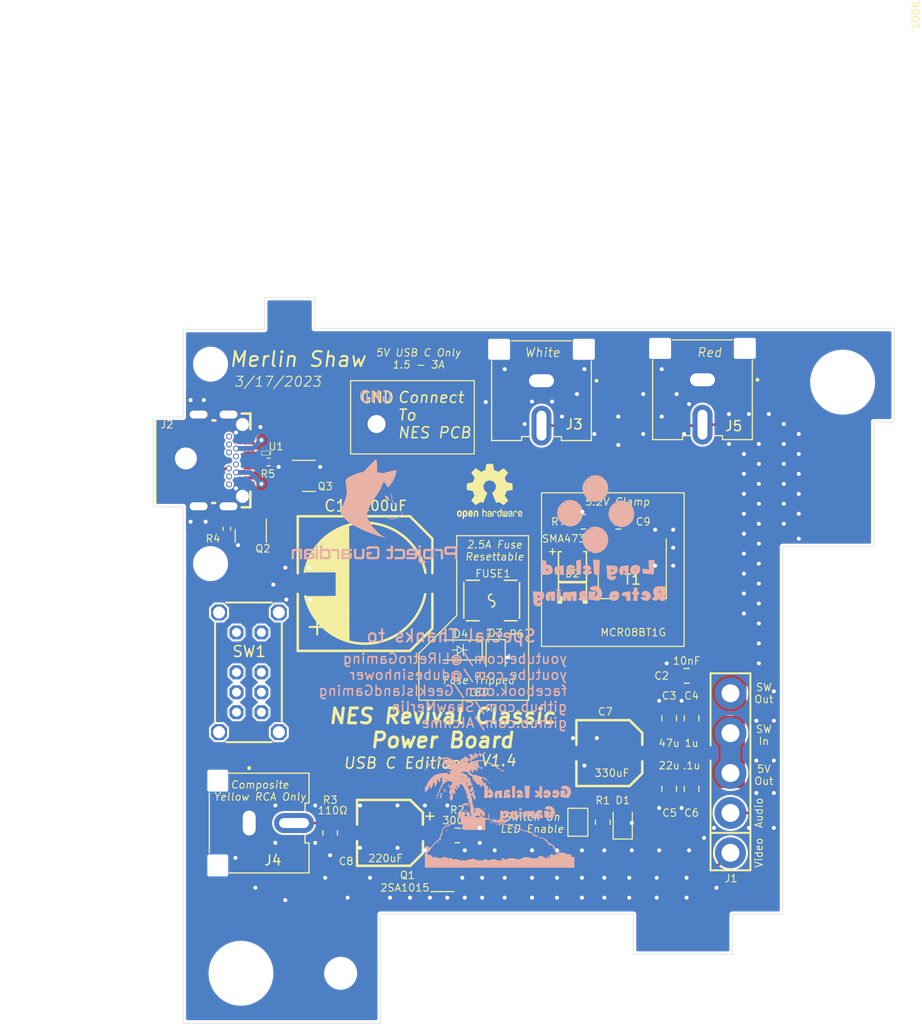
<source format=kicad_pcb>
(kicad_pcb (version 20211014) (generator pcbnew)
  (layers (0 "F.Cu" signal) (31 "B.Cu" signal) (34 "B.Paste" user) (35 "F.Paste" user) (36 "B.SilkS" user "B.Silkscreen") (37 "F.SilkS" user "F.Silkscreen") (38 "B.Mask" user) (39 "F.Mask" user) (44 "Edge.Cuts" user))
  (net 0 "")
  (net 1 "5V Out")
  (net 2 "Net-(C8-Pad1)")
  (net 3 "Net-(D2-Pad2)")
  (net 4 "Video Out")
  (net 5 "Net-(C8-Pad2)")
  (net 6 "GND")
  (net 7 "Video In")
  (net 8 "Audio In")
  (net 9 "9VOut")
  (net 11 "LED_IN")
  (net 12 "CC1")
  (net 13 "CC2")
  (net 14 "USB_Power_Out")
  (net 15 "GTG")
  (net 16 "V5")
  (footprint "Resistor_SMD:R_0805_2012Metric" (layer "F.Cu") (at 209 -24 -90)
    (fp_text reference "R3")
    (fp_text value "110R")
  )
  (footprint "Resistor_SMD:R_0805_2012Metric" (layer "F.Cu") (at 234.4 -55.2 180)
    (fp_text reference "R7")
    (fp_text value "680")
  )
  (footprint "Merlin:OSHW-Logo2_7.3x6mm_SilkScreen" (layer "F.Cu") (at 225 -58.25)
    (fp_text reference "REF**" hide)
    (fp_text value "OSHW-Logo2_7.3x6mm_SilkScreen" hide)
  )
  (footprint "Capacitor_SMD:C_0805_2012Metric" (layer "F.Cu") (at 237.9 -55.2)
    (fp_text reference "C9")
    (fp_text value "10nF")
  )
  (footprint "Resistor_SMD:R_0402_1005Metric" (layer "F.Cu") (at 198.63 -54.4875 -90)
    (fp_text reference "R4")
    (fp_text value "887K")
  )
  (footprint "Package_TO_SOT_SMD:SOT-23" (layer "F.Cu") (at 219.75 -19.67 180)
    (fp_text reference "Q1")
    (fp_text value "2SA1015")
  )
  (footprint "Merlin:USB-C-TH_DX07S024XJ1R1100-1" (layer "F.Cu") (at 198.33 -61.35 -90)
    (fp_text reference "J2")
    (fp_text value "DX07S024XJ1R1100" hide)
  )
  (footprint "Resistor_SMD:R_0805_2012Metric" (layer "F.Cu") (at 236.34375 -25.06875 -90)
    (fp_text reference "R1")
    (fp_text value "680")
  )
  (footprint "Package_TO_SOT_SMD:SOT-23" (layer "F.Cu") (at 201.03 -53.7875 -90)
    (fp_text reference "Q2")
    (fp_text value "SP0502BAHTG" hide)
  )
  (footprint "" (layer "F.Cu") (at 200.05 -9.92)
    (fp_text reference "")
    (fp_text value "")
  )
  (footprint "Package_TO_SOT_SMD:SOT-223-3_TabPin2" (layer "F.Cu") (at 239.3 -49.4 -90)
    (fp_text reference "T1")
    (fp_text value "SOT-223-3_TabPin2" hide)
  )
  (footprint "MountingHole:MountingHole_2.2mm_M2_DIN965_Pad_TopBottom" (layer "F.Cu") (at 194.53 -61.55)
    (fp_text reference "REF**" hide)
    (fp_text value "MountingHole_2.2mm_M2_DIN965_Pad_TopBottom")
  )
  (footprint "Package_TO_SOT_SMD:SOT-23" (layer "F.Cu") (at 206.8625 -59.8)
    (fp_text reference "Q3")
    (fp_text value "SP0502BAHTG" hide)
  )
  (footprint "Capacitor_SMD:C_0805_2012Metric_Pad1.18x1.45mm_HandSolder" (layer "F.Cu") (at 245.25 -35.5 90)
    (fp_text reference "C4")
    (fp_text value "22uf/25")
  )
  (footprint "easyeda:F1812" (layer "F.Cu") (at 225.2 -47.3)
    (fp_text reference "FUSE1")
    (fp_text value "F1812" hide)
  )
  (footprint "Merlin:SolderJumper-2_P1.3mm_Open_TrianglePad1.0x1.5mm" (layer "F.Cu") (at 233.84375 -25.06875 -90)
    (fp_text reference "RJV-EXT1" hide)
    (fp_text value "Resistor" hide)
  )
  (footprint "easyeda:DFN0603-D_L0.6-W0.3-P0.34-RD" (layer "F.Cu") (at 202.53 -62.0875 180)
    (fp_text reference "U1")
    (fp_text value "DFN0603-D_L0.6-W0.3-P0.34-RD" hide)
  )
  (footprint "Resistor_SMD:R_0805_2012Metric" (layer "F.Cu") (at 227.7 -41.7 -90)
    (fp_text reference "R6")
    (fp_text value "4.7K")
  )
  (footprint "Electromechanical.IntLib:SW-DP3T (EG2319)" (layer "F.Cu") (at 200.85 -40.1 -90)
    (fp_text reference "SW1")
    (fp_text value "DP3T" hide)
  )
  (footprint "Diode_SMD:D_SOD-123" (layer "F.Cu") (at 222 -42.3375 180)
    (fp_text reference "D4")
    (fp_text value "1N4148W")
  )
  (footprint "easyeda:CAP-SMD_BD6.3-L6.5-W6.5-LS7.0-FD" (layer "F.Cu") (at 237 -32 180)
    (fp_text reference "C7")
    (fp_text value "220uF" hide)
  )
  (footprint "" (layer "F.Cu") (at 197 -51)
    (fp_text reference "")
    (fp_text value "")
  )
  (footprint "Merlin:CUI_RCJ-044" (layer "F.Cu") (at 230.196 -69.342 90)
    (fp_text reference "J3")
    (fp_text value "White RCJ-52" hide)
    (fp_line (start 2.3 5.15) (end 4 5.15) (layer "Edge.Cuts") (width 0.01))
    (fp_line (start 4 5.15) (end 4 3.35) (layer "Edge.Cuts") (width 0.01))
    (fp_line (start 2.3 -5.15) (end 2.3 -3.35) (layer "Edge.Cuts") (width 0.01))
    (fp_line (start 4 -5.15) (end 2.3 -5.15) (layer "Edge.Cuts") (width 0.01))
    (fp_line (start 2.3 3.35) (end 2.3 5.15) (layer "Edge.Cuts") (width 0.01))
    (fp_line (start 4 -3.35) (end 4 -5.15) (layer "Edge.Cuts") (width 0.01))
    (fp_line (start 4 3.35) (end 2.3 3.35) (layer "Edge.Cuts") (width 0.01))
    (fp_line (start 2.3 -3.35) (end 4 -3.35) (layer "Edge.Cuts") (width 0.01))
  )
  (footprint "" (layer "F.Cu") (at 197 -71)
    (fp_text reference "")
    (fp_text value "")
  )
  (footprint "Capacitor_SMD:C_0805_2012Metric_Pad1.18x1.45mm_HandSolder" (layer "F.Cu") (at 245.25 -28.4125 -90)
    (fp_text reference "C6")
    (fp_text value "22uf/25")
  )
  (footprint "Resistor_SMD:R_0402_1005Metric" (layer "F.Cu") (at 202.83 -61.1875)
    (fp_text reference "R5")
    (fp_text value "10K")
  )
  (footprint "Capacitor_SMD:C_0805_2012Metric_Pad1.18x1.45mm_HandSolder" (layer "F.Cu") (at 243 -35.5 90)
    (fp_text reference "C3")
    (fp_text value "22uf/25")
  )
  (footprint "" (layer "F.Cu") (at 210.05 -9.92)
    (fp_text reference "")
    (fp_text value "")
  )
  (footprint "Merlin:CUI_RCJ-044" (layer "F.Cu") (at 200.876 -24.986 180)
    (fp_text reference "J4")
    (fp_text value "Yellow RCJ-44")
    (fp_line (start 2.3 -3.35) (end 4 -3.35) (layer "Edge.Cuts") (width 0.01))
    (fp_line (start 4 3.35) (end 2.3 3.35) (layer "Edge.Cuts") (width 0.01))
    (fp_line (start 2.3 -5.15) (end 2.3 -3.35) (layer "Edge.Cuts") (width 0.01))
    (fp_line (start 4 -5.15) (end 2.3 -5.15) (layer "Edge.Cuts") (width 0.01))
    (fp_line (start 4 5.15) (end 4 3.35) (layer "Edge.Cuts") (width 0.01))
    (fp_line (start 2.3 3.35) (end 2.3 5.15) (layer "Edge.Cuts") (width 0.01))
    (fp_line (start 4 -3.35) (end 4 -5.15) (layer "Edge.Cuts") (width 0.01))
    (fp_line (start 2.3 5.15) (end 4 5.15) (layer "Edge.Cuts") (width 0.01))
  )
  (footprint "Capacitor_SMD:C_0805_2012Metric" (layer "F.Cu") (at 244.75 -39.75 180)
    (fp_text reference "C2")
    (fp_text value "10nF")
  )
  (footprint "Merlin:CUI_RCJ-044" (layer "F.Cu") (at 246.342 -69.436 90)
    (fp_text reference "J5")
    (fp_text value "Red RCJ-042" hide)
    (fp_line (start 4 -3.35) (end 4 -5.15) (layer "Edge.Cuts") (width 0.01))
    (fp_line (start 2.3 5.15) (end 4 5.15) (layer "Edge.Cuts") (width 0.01))
    (fp_line (start 2.3 -3.35) (end 4 -3.35) (layer "Edge.Cuts") (width 0.01))
    (fp_line (start 2.3 3.35) (end 2.3 5.15) (layer "Edge.Cuts") (width 0.01))
    (fp_line (start 4 3.35) (end 2.3 3.35) (layer "Edge.Cuts") (width 0.01))
    (fp_line (start 4 5.15) (end 4 3.35) (layer "Edge.Cuts") (width 0.01))
    (fp_line (start 4 -5.15) (end 2.3 -5.15) (layer "Edge.Cuts") (width 0.01))
    (fp_line (start 2.3 -5.15) (end 2.3 -3.35) (layer "Edge.Cuts") (width 0.01))
  )
  (footprint "" (layer "F.Cu") (at 260.4 -69.2)
    (fp_text reference "")
    (fp_text value "")
  )
  (footprint "Capacitor_SMD:C_0805_2012Metric_Pad1.18x1.45mm_HandSolder" (layer "F.Cu") (at 243 -28.4125 -90)
    (fp_text reference "C5")
    (fp_text value "22uf/25")
  )
  (footprint "easyeda:SMA_L4.2-W2.7-LS5.0-RD" (layer "F.Cu") (at 233.3 -49.9 90)
    (fp_text reference "D2")
    (fp_text value "SMA_L4.2-W2.7-LS5.0-RD" hide)
  )
  (footprint "Connectors.IntLib:WIREPAD-09-15" (layer "F.Cu") (at 213.65 -65 90)
    (fp_text reference "GND")
    (fp_text value "Wire Pad" hide)
  )
  (footprint "Specialty Components.IntLib:RF BOARD CONNECTOR" (layer "F.Cu") (at 249.15 -22 90)
    (fp_text reference "J1")
    (fp_text value "Board Connector" hide)
  )
  (footprint "easyeda:CAP-SMD_BD6.3-L6.5-W6.5-LS7.0-FD" (layer "F.Cu") (at 215 -24 180)
    (fp_text reference "C8")
    (fp_text value "220uF" hide)
  )
  (footprint "Resistor_SMD:R_0805_2012Metric" (layer "F.Cu") (at 221.75 -23.75 180)
    (fp_text reference "R2")
    (fp_text value "300")
  )
  (footprint "easyeda:CAP-SMD_BD12.5-L13.0-W13.0-RD" (layer "F.Cu") (at 212.5 -49)
    (fp_text reference "C1")
    (fp_text value "CAP-SMD_BD12.5-L13.0-W13.0-RD" hide)
  )
  (footprint "LED_SMD:LED_0805_2012Metric" (layer "F.Cu") (at 225.6 -41.7 -90)
    (fp_text reference "D3")
    (fp_text value "Power LED")
  )
  (footprint "LED_SMD:LED_0805_2012Metric" (layer "F.Cu") (at 238.34375 -25.06875 90)
    (fp_text reference "D1")
    (fp_text value "Power LED")
  )
  (footprint "Merlin:PG_20mmx13.1mm" (layer "B.Cu") (at 213.5 -56.5 180)
    (fp_text reference "G***" hide)
    (fp_text value "LOGO" hide)
  )
  (footprint "Merlin:GeekIsland2" (layer "B.Cu") (at 226 -26.5 180)
    (fp_text reference "G***" hide)
    (fp_text value "LOGO" hide)
  )
  (footprint "Merlin:LongIslandRetroGaming4" (layer "B.Cu") (at 235.687607 -53.5 180)
    (fp_text reference "G***")
    (fp_text value "LOGO" hide)
  )
  (gr_rect (start 230.2 -42.7) (end 244.5 -58.1) (layer "F.SilkS") (width 0.12) (fill none))
  (gr_line (start 191.48 -57.0375) (end 191.48 -65.4375) (layer "F.SilkS") (width 0.2))
  (gr_line (start 221.7 -45.8) (end 217.9 -42) (layer "F.SilkS") (width 0.12))
  (gr_line (start 228.9 -53.8) (end 222.2 -53.8) (layer "F.SilkS") (width 0.12))
  (gr_line (start 228.9 -37.3) (end 228.9 -53.8) (layer "F.SilkS") (width 0.12))
  (gr_rect (start 211.05 -62) (end 223.45 -69.35) (layer "F.SilkS") (width 0.12) (fill none))
  (gr_line (start 217.9 -42) (end 217.9 -37.3) (layer "F.SilkS") (width 0.12))
  (gr_line (start 221.7 -53.8) (end 221.7 -45.8) (layer "F.SilkS") (width 0.12))
  (gr_line (start 217.9 -37.3) (end 228.9 -37.3) (layer "F.SilkS") (width 0.12))
  (gr_line (start 222.2 -53.8) (end 221.7 -53.8) (layer "F.SilkS") (width 0.12))
  (gr_line (start 239.4 -11.82) (end 239.4 -15.82) (layer "Edge.Cuts") (width 0.05))
  (gr_line (start 239.4 -15.82) (end 214.05 -15.82) (layer "Edge.Cuts") (width 0.05))
  (gr_line (start 214.05 -15.82) (end 214.05 -4.92) (layer "Edge.Cuts") (width 0.05))
  (gr_line (start 254.4 -52.7) (end 254.4 -15.82) (layer "Edge.Cuts") (width 0.05))
  (gr_line (start 202.4 -77.7) (end 207.45 -77.7) (layer "Edge.Cuts") (width 0.05))
  (gr_line (start 194.25 -65.7) (end 194.25 -74.5) (layer "Edge.Cuts") (width 0.05))
  (gr_line (start 254.4 -15.82) (end 249.35 -15.82) (layer "Edge.Cuts") (width 0.05))
  (gr_line (start 265.6 -65.2) (end 263.55 -65.2) (layer "Edge.Cuts") (width 0.05))
  (gr_line (start 194.25 -74.5) (end 202.4 -74.5) (layer "Edge.Cuts") (width 0.05))
  (gr_line (start 263.55 -52.7) (end 254.4 -52.7) (layer "Edge.Cuts") (width 0.05))
  (gr_line (start 214.05 -4.92) (end 194.25 -4.92) (layer "Edge.Cuts") (width 0.05))
  (gr_line (start 207.45 -74.6) (end 265.6 -74.6) (layer "Edge.Cuts") (width 0.05))
  (gr_line (start 194.25 -4.92) (end 194.25 -56.7) (layer "Edge.Cuts") (width 0.05))
  (gr_line (start 263.55 -65.2) (end 263.55 -52.7) (layer "Edge.Cuts") (width 0.05))
  (gr_line (start 265.6 -74.6) (end 265.6 -65.2) (layer "Edge.Cuts") (width 0.05))
  (gr_line (start 194.25 -56.7) (end 191.25 -56.7) (layer "Edge.Cuts") (width 0.05))
  (gr_line (start 191.25 -65.7) (end 194.25 -65.7) (layer "Edge.Cuts") (width 0.05))
  (gr_line (start 191.25 -56.7) (end 191.25 -65.7) (layer "Edge.Cuts") (width 0.05))
  (gr_line (start 249.35 -15.82) (end 249.35 -11.82) (layer "Edge.Cuts") (width 0.05))
  (gr_line (start 202.4 -74.5) (end 202.4 -77.7) (layer "Edge.Cuts") (width 0.05))
  (gr_line (start 207.45 -77.7) (end 207.45 -74.6) (layer "Edge.Cuts") (width 0.05))
  (gr_line (start 249.35 -11.82) (end 239.4 -11.82) (layer "Edge.Cuts") (width 0.05))
  (gr_text "Special Thanks to" (at 229.75 -43.75) (layer "B.SilkS") (effects (font (size 1.25 1.25) (thickness 0.2)) (justify left mirror)))
  (gr_text "youtube.com/@LIRetroGaming\nyoutube.com/@dubesinhower\nfacebook.com/GeekIslandGaming\ngithub.com/ShawMerlin\ngithub.com/Alchme" (at 232.85 -38.25) (layer "B.SilkS") (effects (font (size 1 1)) (justify left mirror)))
  (gr_text "SW\nOut" (at 252.5 -38) (layer "F.SilkS") (effects (font (size 0.75 0.75) (thickness 0.1))))
  (gr_text "SMA4734A" (at 233.1 -53.5) (layer "F.SilkS") (effects (font (size 0.75 0.75) (thickness 0.1))))
  (gr_text "Switch On\nLED Enable" (at 229.25 -25) (layer "F.SilkS") (effects (font (size 0.75 0.75) (thickness 0.1) italic)))
  (gr_text "2.5A Fuse\nResettable" (at 225.5 -52.3) (layer "F.SilkS") (effects (font (size 0.75 0.75) (thickness 0.1) italic)))
  (gr_text "Video" (at 252 -22 90) (layer "F.SilkS") (effects (font (size 0.75 0.75) (thickness 0.1))))
  (gr_text "10nF" (at 244.75 -41.25) (layer "F.SilkS") (effects (font (size 0.75 0.75) (thickness 0.1))))
  (gr_text "V1.4" (at 224 -31.25) (layer "F.SilkS") (effects (font (size 1.1 1.1) (thickness 0.15) bold italic) (justify left)))
  (gr_text "Merlin Shaw" (at 205.75 -71.5) (layer "F.SilkS") (effects (font (size 1.5 1.5) (thickness 0.2) bold italic)))
  (gr_text "47u" (at 243 -33) (layer "F.SilkS") (effects (font (size 0.75 0.75) (thickness 0.1))))
  (gr_text "White\n" (at 230.3 -72.17) (layer "F.SilkS") (effects (font (size 0.9 0.9) (thickness 0.1) bold italic)))
  (gr_text "110Ω" (at 209.25 -26.25) (layer "F.SilkS") (effects (font (size 0.75 0.75) (thickness 0.1))))
  (gr_text ".1u" (at 245.25 -30.75) (layer "F.SilkS") (effects (font (size 0.75 0.75) (thickness 0.1))))
  (gr_text "USB C Edition" (at 210.25 -31) (layer "F.SilkS") (effects (font (size 1.1 1.1) (thickness 0.15) bold italic) (justify left)))
  (gr_text "SW\nIn" (at 252.5 -33.8) (layer "F.SilkS") (effects (font (size 0.75 0.75) (thickness 0.1))))
  (gr_text "22u" (at 243 -30.75) (layer "F.SilkS") (effects (font (size 0.75 0.75) (thickness 0.1))))
  (gr_text "Red" (at 247.05 -72.17) (layer "F.SilkS") (effects (font (size 0.9 0.9) (thickness 0.1) bold italic)))
  (gr_text "220uF" (at 214.55 -21.45) (layer "F.SilkS") (effects (font (size 0.75 0.75) (thickness 0.1))))
  (gr_text "300Ω" (at 221.75 -25.25) (layer "F.SilkS") (effects (font (size 0.75 0.75) (thickness 0.1))))
  (gr_text "2200uF" (at 213.9 -56.8) (layer "F.SilkS") (effects (font (size 1 1))))
  (gr_text "NES Revival Classic\nPower Board" (at 220.25 -34.5) (layer "F.SilkS") (effects (font (size 1.5 1.5) (thickness 0.3) italic)))
  (gr_text "5V\nOut" (at 252.5 -29.8) (layer "F.SilkS") (effects (font (size 0.75 0.75) (thickness 0.1))))
  (gr_text "5.2V Clamp" (at 237.8 -57.2) (layer "F.SilkS") (effects (font (size 0.75 0.75) (thickness 0.1) italic)))
  (gr_text "5V USB C Only\n1.5 - 3A" (at 217.85 -71.55) (layer "F.SilkS") (effects (font (size 0.75 0.75) (thickness 0.1) bold italic)))
  (gr_text "Fuse Tripped\nLED" (at 223.9 -38.7) (layer "F.SilkS") (effects (font (size 0.75 0.75) (thickness 0.1) italic)))
  (gr_text "MCR08BT1G" (at 239.4 -44.1) (layer "F.SilkS") (effects (font (size 0.75 0.75) (thickness 0.1))))
  (gr_text "330uF" (at 237.25 -30) (layer "F.SilkS") (effects (font (size 0.75 0.75) (thickness 0.1))))
  (gr_text "100K" (at 267.75 -106 90) (layer "F.SilkS") (effects (font (size 0.75 0.75) (thickness 0.1))))
  (gr_text "Composite\nYellow RCA Only" (at 201.95 -28.22) (layer "F.SilkS") (effects (font (size 0.75 0.75) (thickness 0.1) bold italic)))
  (gr_text "Connect\nTo\nNES PCB" (at 215.7 -65.9) (layer "F.SilkS") (effects (font (size 1.1 1.1) (thickness 0.15) bold italic) (justify left)))
  (gr_text "+" (at 219 -25.75) (layer "F.SilkS") (effects (font (size 1 1))))
  (gr_text "+" (at 207.7 -44.8) (layer "F.SilkS") (effects (font (size 2 2) (thickness 0.2))))
  (gr_text "Audio" (at 252 -26 90) (layer "F.SilkS") (effects (font (size 0.75 0.75) (thickness 0.1))))
  (gr_text "1u" (at 245.25 -33) (layer "F.SilkS") (effects (font (size 0.75 0.75) (thickness 0.1))))
  (gr_text "3/17/2023" (at 203.75 -69.25) (layer "F.SilkS") (effects (font (size 1 1) (thickness 0.1) bold italic)))
  (segment (start 231.35 -23.75) (end 239.6 -32) (width 0.25) (layer "F.Cu") (net 1))
  (segment (start 222.6625 -23.75) (end 231.35 -23.75) (width 0.25) (layer "F.Cu") (net 1))
  (segment (start 239.6 -32) (end 239.92 -32) (width 0.25) (layer "F.Cu") (net 1))
  (segment (start 249.15 -34.000003) (end 249.15 -30) (width 2) (layer "B.Cu") (net 1))
  (segment (start 220.6875 -23.6) (end 220.8375 -23.75) (width 0.25) (layer "F.Cu") (net 2))
  (segment (start 220.6875 -20.62) (end 220.6875 -23.6) (width 0.25) (layer "F.Cu") (net 2))
  (segment (start 220.5875 -24) (end 217.67 -24) (width 0.25) (layer "F.Cu") (net 2))
  (segment (start 220.8375 -23.75) (end 220.5875 -24) (width 0.25) (layer "F.Cu") (net 2))
  (segment (start 238.34375 -26.00625) (end 236.36875 -26.00625) (width 0.25) (layer "F.Cu") (net 3))
  (segment (start 208.9265 -24.986) (end 209 -24.9125) (width 0.25) (layer "F.Cu") (net 4))
  (segment (start 205.376 -24.986) (end 208.9265 -24.986) (width 0.25) (layer "F.Cu") (net 4))
  (segment (start 210.0875 -23.0875) (end 211 -24) (width 0.25) (layer "F.Cu") (net 5))
  (segment (start 209 -23.0875) (end 210.0875 -23.0875) (width 0.25) (layer "F.Cu") (net 5))
  (segment (start 211 -24) (end 212.33 -24) (width 0.25) (layer "F.Cu") (net 5))
  (segment (start 208 -60.7) (end 208 -60) (width 0.5) (layer "F.Cu") (net 6))
  (segment (start 226.8 -41.6) (end 226.8875 -41.6) (width 0.25) (layer "F.Cu") (net 6))
  (segment (start 201.03 -52.85) (end 199.7575 -52.85) (width 0.5) (layer "F.Cu") (net 6))
  (segment (start 197.2 -55.2) (end 196.5 -55.2) (width 0.5) (layer "F.Cu") (net 6))
  (segment (start 199.7575 -52.85) (end 198.63 -53.9775) (width 0.5) (layer "F.Cu") (net 6))
  (segment (start 238.85 -55.2) (end 240.8 -55.2) (width 0.5) (layer "F.Cu") (net 6))
  (segment (start 233.4875 -55.3875) (end 234.3 -56.2) (width 0.5) (layer "F.Cu") (net 6))
  (segment (start 226.8875 -41.6) (end 227.7 -40.7875) (width 0.25) (layer "F.Cu") (net 6))
  (segment (start 243.8 -39.75) (end 243.8 -39.95) (width 0.5) (layer "F.Cu") (net 6))
  (segment (start 245.25 -36.5375) (end 244.7125 -36.5375) (width 0.5) (layer "F.Cu") (net 6))
  (segment (start 203.83 -60.6975) (end 203.34 -61.1875) (width 0.25) (layer "F.Cu") (net 6))
  (segment (start 200.86 -58.6) (end 199.6 -58.6) (width 0.3) (layer "F.Cu") (net 6))
  (segment (start 202.755 -61.7725) (end 202.755 -62.0725) (width 0.25) (layer "F.Cu") (net 6))
  (segment (start 242.875 -27.375) (end 242 -26.5) (width 0.5) (layer "F.Cu") (net 6))
  (segment (start 200.86 -64.1) (end 199.6 -64.1) (width 0.3) (layer "F.Cu") (net 6))
  (segment (start 202.755 -62.0725) (end 202.74 -62.0875) (width 0.25) (layer "F.Cu") (net 6))
  (segment (start 241.75 -52.4) (end 241.6 -52.55) (width 1) (layer "F.Cu") (net 6))
  (segment (start 198.63 -53.9775) (end 198.4225 -53.9775) (width 0.5) (layer "F.Cu") (net 6))
  (segment (start 208 -60) (end 207.8 -59.8) (width 0.5) (layer "F.Cu") (net 6))
  (segment (start 201.5 -64.2) (end 200.86 -64.2) (width 0.5) (layer "F.Cu") (net 6))
  (segment (start 238.34375 -24.13125) (end 238.38125 -24.13125) (width 0.25) (layer "F.Cu") (net 6))
  (segment (start 233.4875 -55.2) (end 233.4875 -55.3875) (width 0.5) (layer "F.Cu") (net 6))
  (segment (start 203.34 -61.1875) (end 202.755 -61.7725) (width 0.25) (layer "F.Cu") (net 6))
  (segment (start 240.8 -55.2) (end 241.6 -54.4) (width 0.5) (layer "F.Cu") (net 6))
  (segment (start 244.9625 -36.5375) (end 244.25 -37.25) (width 0.5) (layer "F.Cu") (net 6))
  (segment (start 238.38125 -24.13125) (end 239.25 -25) (width 0.25) (layer "F.Cu") (net 6))
  (segment (start 243.8 -39.95) (end 242.75 -41) (width 0.5) (layer "F.Cu") (net 6))
  (segment (start 202 -64.7) (end 201.5 -64.2) (width 0.5) (layer "F.Cu") (net 6))
  (segment (start 198.4225 -53.9775) (end 197.2 -55.2) (width 0.5) (layer "F.Cu") (net 6))
  (segment (start 245.25 -36.5375) (end 244.9625 -36.5375) (width 0.5) (layer "F.Cu") (net 6))
  (segment (start 242.7125 -36.5375) (end 242 -37.25) (width 0.5) (layer "F.Cu") (net 6))
  (segment (start 245.125 -27.375) (end 244.25 -26.5) (width 0.5) (layer "F.Cu") (net 6))
  (via (at 252 -53) (size 0.8) (drill 0.4) (layers "F.Cu" "B.Cu") (net 6))
  (via (at 236.5 -19.5) (size 0.8) (drill 0.4) (layers "F.Cu" "B.Cu") (net 6))
  (via (at 234.25 -19.5) (size 0.8) (drill 0.4) (layers "F.Cu" "B.Cu") (net 6))
  (via (at 252 -43) (size 0.8) (drill 0.4) (layers "F.Cu" "B.Cu") (net 6))
  (via (at 239 -19.5) (size 0.8) (drill 0.4) (layers "F.Cu" "B.Cu") (net 6))
  (via (at 244.25 -37.25) (size 0.8) (drill 0.4) (layers "F.Cu" "B.Cu") (net 6))
  (via (at 254.5 -61) (size 0.8) (drill 0.4) (layers "F.Cu" "B.Cu") (net 6))
  (via (at 204.5 -17.25) (size 0.8) (drill 0.4) (layers "F.Cu" "B.Cu") (net 6))
  (via (at 246.5 -23.5) (size 0.8) (drill 0.4) (layers "F.Cu" "B.Cu") (net 6))
  (via (at 203.83 -60.6975) (size 0.8) (drill 0.4) (layers "F.Cu" "B.Cu") (net 6))
  (via (at 250.5 -56) (size 0.8) (drill 0.4) (layers "F.Cu" "B.Cu") (net 6))
  (via (at 208.5 -19.5) (size 0.8) (drill 0.4) (layers "F.Cu" "B.Cu") (net 6))
  (via (at 250.5 -58) (size 0.8) (drill 0.4) (layers "F.Cu" "B.Cu") (net 6))
  (via (at 207.5 -23) (size 0.8) (drill 0.4) (layers "F.Cu" "B.Cu") (net 6))
  (via (at 240.4 -68) (size 0.8) (drill 0.4) (layers "F.Cu" "B.Cu") (net 6))
  (via (at 247.75 -18.5) (size 0.8) (drill 0.4) (layers "F.Cu" "B.Cu") (net 6))
  (via (at 210.75 -17.5) (size 0.8) (drill 0.4) (layers "F.Cu" "B.Cu") (net 6))
  (via (at 247.5 -24.5) (size 0.8) (drill 0.4) (layers "F.Cu" "B.Cu") (net 6))
  (via (at 239.25 -25) (size 0.8) (drill 0.4) (layers "F.Cu" "B.Cu") (net 6))
  (via (at 256 -64) (size 0.8) (drill 0.4) (layers "F.Cu" "B.Cu") (net 6))
  (via (at 242 -22.25) (size 0.8) (drill 0.4) (layers "F.Cu" "B.Cu") (net 6))
  (via (at 235.75 -33.5) (size 0.8) (drill 0.4) (layers "F.Cu" "B.Cu") (net 6))
  (via (at 252 -45) (size 0.8) (drill 0.4) (layers "F.Cu" "B.Cu") (net 6))
  (via (at 254.5 -57) (size 0.8) (drill 0.4) (layers "F.Cu" "B.Cu") (net 6))
  (via (at 228.5 -65) (size 0.8) (drill 0.4) (layers "F.Cu" "B.Cu") (net 6))
  (via (at 226.5 -17.5) (size 0.8) (drill 0.4) (layers "F.Cu" "B.Cu") (net 6))
  (via (at 224.25 -19.5) (size 0.8) (drill 0.4) (layers "F.Cu" "B.Cu") (net 6))
  (via (at 252 -51) (size 0.8) (drill 0.4) (layers "F.Cu" "B.Cu") (net 6))
  (via (at 254.5 -65) (size 0.8) (drill 0.4) (layers "F.Cu" "B.Cu") (net 6))
  (via (at 209 -21.75) (size 0.8) (drill 0.4) (layers "F.Cu" "B.Cu") (net 6))
  (via (at 241.6 -50.8) (size 0.8) (drill 0.4) (layers "F.Cu" "B.Cu") (net 6))
  (via (at 250.5 -60) (size 0.8) (drill 0.4) (layers "F.Cu" "B.Cu") (net 6))
  (via (at 204.5 -50.6) (size 0.8) (drill 0.4) (layers "F.Cu" "B.Cu") (net 6))
  (via (at 224.25 -17.5) (size 0.8) (drill 0.4) (layers "F.Cu" "B.Cu") (net 6))
  (via (at 234.5 -70.5) (size 0.8) (drill 0.4) (layers "F.Cu" "B.Cu") (net 6))
  (via (at 199.7575 -52.85) (size 0.8) (drill 0.4) (layers "F.Cu" "B.Cu") (net 6))
  (via (at 220.75 -17.5) (size 0.8) (drill 0.4) (layers "F.Cu" "B.Cu") (net 6))
  (via (at 254.5 -55) (size 0.8) (drill 0.4) (layers "F.Cu" "B.Cu") (net 6))
  (via (at 213 -19.5) (size 0.8) (drill 0.4) (layers "F.Cu" "B.Cu") (net 6))
  (via (at 217 -17.5) (size 0.8) (drill 0.4) (layers "F.Cu" "B.Cu") (net 6))
  (via (at 251 -66) (size 0.8) (drill 0.4) (layers "F.Cu" "B.Cu") (net 6))
  (via (at 229.25 -17.5) (size 0.8) (drill 0.4) (layers "F.Cu" "B.Cu") (net 6))
  (via (at 195 -55.2) (size 0.8) (drill 0.4) (layers "F.Cu" "B.Cu") (net 6))
  (via (at 242.75 -41) (size 0.8) (drill 0.4) (layers "F.Cu" "B.Cu") (net 6))
  (via (at 231.75 -19.5) (size 0.8) (drill 0.4) (layers "F.Cu" "B.Cu") (net 6))
  (via (at 204.6 -47.4) (size 0.8) (drill 0.4) (layers "F.Cu" "B.Cu") (net 6))
  (via (at 226.5 -19.5) (size 0.8) (drill 0.4) (layers "F.Cu" "B.Cu") (net 6))
  (via (at 225.5 -22.25) (size 0.8) (drill 0.4) (layers "F.Cu" "B.Cu") (net 6))
  (via (at 243.4 -50.8) (size 0.8) (drill 0.4) (layers "F.Cu" "B.Cu") (net 6))
  (via (at 232.25 -65.75) (size 0.8) (drill 0.4) (layers "F.Cu" "B.Cu") (net 6))
  (via (at 251 -24.5) (size 0.8) (drill 0.4) (layers "F.Cu" "B.Cu") (net 6))
  (via (at 250.5 -46) (size 0.8) (drill 0.4) (layers "F.Cu" "B.Cu") (net 6))
  (via (at 229.25 -22.25) (size 0.8) (drill 0.4) (layers "F.Cu" "B.Cu") (net 6))
  (via (at 199.5 -21.5) (size 0.8) (drill 0.4) (layers "F.Cu" "B.Cu") (net 6))
  (via (at 243.4 -54.4) (size 0.8) (drill 0.4) (layers "F.Cu" "B.Cu") (net 6))
  (via (at 242 -26.5) (size 0.8) (drill 0.4) (layers "F.Cu" "B.Cu") (net 6))
  (via (at 256 -58) (size 0.8) (drill 0.4) (layers "F.Cu" "B.Cu") (net 6))
  (via (at 233.75 -68) (size 0.8) (drill 0.4) (layers "F.Cu" "B.Cu") (net 6))
  (via (at 218.5 -26.75) (size 0.8) (drill 0.4) (layers "F.Cu" "B.Cu") (net 6))
  (via (at 242.25 -70.5) (size 0.8) (drill 0.4) (layers "F.Cu" "B.Cu") (net 6))
  (via (at 220.75 -26.75) (size 0.8) (drill 0.4) (layers "F.Cu" "B.Cu") (net 6))
  (via (at 253.5 -38.2) (size 0.8) (drill 0.4) (layers "F.Cu" "B.Cu") (net 6))
  (via (at 244.75 -17.5) (size 0.8) (drill 0.4) (layers "F.Cu" "B.Cu") (net 6))
  (via (at 207 -47.4) (size 0.8) (drill 0.4) (layers "F.Cu" "B.Cu") (net 6))
  (via (at 250.5 -54) (size 0.8) (drill 0.4) (layers "F.Cu" "B.Cu") (net 6))
  (via (at 252 -63) (size 0.8) (drill 0.4) (layers "F.Cu" "B.Cu") (net 6))
  (via (at 244.25 -26.5) (size 0.8) (drill 0.4) (layers "F.Cu" "B.Cu") (net 6))
  (via (at 222.25 -19.5) (size 0.8) (drill 0.4) (layers "F.Cu" "B.Cu") (net 6))
  (via (at 242 -37.25) (size 0.8) (drill 0.4) (layers "F.Cu" "B.Cu") (net 6))
  (via (at 226.5 -70.5) (size 0.8) (drill 0.4) (layers "F.Cu" "B.Cu") (net 6))
  (via (at 235.5 -64) (size 0.8) (drill 0.4) (layers "F.Cu" "B.Cu") (net 6))
  (via (at 231.25 -67.25) (size 0.8) (drill 0.4) (layers "F.Cu" "B.Cu") (net 6))
  (via (at 237.9 -62.9) (size 0.8) (drill 0.4) (layers "F.Cu" "B.Cu") (net 6))
  (via (at 256 -56) (size 0.8) (drill 0.4) (layers "F.Cu" "B.Cu") (net 6))
  (via (at 252 -49) (size 0.8) (drill 0.4) (layers "F.Cu" "B.Cu") (net 6))
  (via (at 237.9 -65.75) (size 0.8) (drill 0.4) (layers "F.Cu" "B.Cu") (net 6))
  (via (at 250.5 -50) (size 0.8) (drill 0.4) (layers "F.Cu" "B.Cu") (net 6))
  (via (at 234.25 -17.5) (size 0.8) (drill 0.4) (layers "F.Cu" "B.Cu") (net 6))
  (via (at 252 -61) (size 0.8) (drill 0.4) (layers "F.Cu" "B.Cu") (net 6))
  (via (at 202 -64.7) (size 0.8) (drill 0.4) (layers "F.Cu" "B.Cu") (net 6))
  (via (at 250.5 -62) (size 0.8) (drill 0.4) (layers "F.Cu" "B.Cu") (net 6))
  (via (at 253.5 -24.5) (size 0.8) (drill 0.4) (layers "F.Cu" "B.Cu") (net 6))
  (via (at 208 -60.7) (size 0.8) (drill 0.4) (layers "F.Cu" "B.Cu") (net 6))
  (via (at 251.75 -31.25) (size 0.8) (drill 0.4) (layers "F.Cu" "B.Cu") (net 6))
  (via (at 196.325 -67.4) (size 0.8) (drill 0.4) (layers "F.Cu" "B.Cu") (net 6))
  (via (at 224 -23) (size 0.8) (drill 0.4) (layers "F.Cu" "B.Cu") (net 6))
  (via (at 236.5 -17.5) (size 0.8) (drill 0.4) (layers "F.Cu" "B.Cu") (net 6))
  (via (at 253 -66) (size 0.8) (drill 0.4) (layers "F.Cu" "B.Cu") (net 6))
  (via (at 245 -67) (size 0.8) (drill 0.4) (layers "F.Cu" "B.Cu") (net 6))
  (via (at 253.5 -28) (size 0.8) (drill 0.4) (layers "F.Cu" "B.Cu") (net 6))
  (via (at 243.4 -52.6) (size 0.8) (drill 0.4) (layers "F.Cu" "B.Cu") (net 6))
  (via (at 249 -63) (size 0.8) (drill 0.4) (layers "F.Cu" "B.Cu") (net 6))
  (via (at 212 -26.75) (size 0.8) (drill 0.4) (layers "F.Cu" "B.Cu") (net 6))
  (via (at 256 -62) (size 0.8) (drill 0.4) (layers "F.Cu" "B.Cu") (net 6))
  (via (at 243.75 -68) (size 0.8) (drill 0.4) (layers "F.Cu" "B.Cu") (net 6))
  (via (at 254.5 -59) (size 0.8) (drill 0.4) (layers "F.Cu" "B.Cu") (net 6))
  (via (at 240.4 -64) (size 0.8) (drill 0.4) (layers "F.Cu" "B.Cu") (net 6))
  (via (at 224.6 -67.2) (size 0.8) (drill 0.4) (layers "F.Cu" "B.Cu") (net 6))
  (via (at 252 -55) (size 0.8) (drill 0.4) (layers "F.Cu" "B.Cu") (net 6))
  (via (at 229.25 -19.5) (size 0.8) (drill 0.4) (layers "F.Cu" "B.Cu") (net 6))
  (via (at 226.8 -41.6) (size 0.8) (drill 0.4) (layers "F.Cu" "B.Cu") (net 6))
  (via (at 229.25 -67.25) (size 0.8) (drill 0.4) (layers "F.Cu" "B.Cu") (net 6))
  (via (at 215.75 -26.75) (size 0.8) (drill 0.4) (layers "F.Cu" "B.Cu") (net 6))
  (via (at 236.5 -22.25) (size 0.8) (drill 0.4) (layers "F.Cu" "B.Cu") (net 6))
  (via (at 195 -67.4) (size 0.8) (drill 0.4) (layers "F.Cu" "B.Cu") (net 6))
  (via (at 253.5 -35.25) (size 0.8) (drill 0.4) (layers "F.Cu" "B.Cu") (net 6))
  (via (at 239.25 -22.25) (size 0.8) (drill 0.4) (layers "F.Cu" "B.Cu") (net 6))
  (via (at 241.75 -19.5) (size 0.8) (drill 0.4) (layers "F.Cu" "B.Cu") (net 6))
  (via (at 218.5 -22.25) (size 0.8) (drill 0.4) (layers "F.Cu" "B.Cu") (net 6))
  (via (at 203.5 -23) (size 0.8) (drill 0.4) (layers "F.Cu" "B.Cu") (net 6))
  (via (at 242.25 -65.75) (size 0.8) (drill 0.4) (layers "F.Cu" "B.Cu") (net 6))
  (via (at 239 -17.5) (size 0.8) (drill 0.4) (layers "F.Cu" "B.Cu") (net 6))
  (via (at 212 -22.5) (size 0.8) (drill 0.4) (layers "F.Cu" "B.Cu") (net 6))
  (via (at 233.35 -33.5) (size 0.8) (drill 0.4) (layers "F.Cu" "B.Cu") (net 6))
  (via (at 234.3 -56.2) (size 0.8) (drill 0.4) (layers "F.Cu" "B.Cu") (net 6))
  (via (at 253.5 -31.25) (size 0.8) (drill 0.4) (layers "F.Cu" "B.Cu") (net 6))
  (via (at 196.5 -55.2) (size 0.8) (drill 0.4) (layers "F.Cu" "B.Cu") (net 6))
  (via (at 252 -57) (size 0.8) (drill 0.4) (layers "F.Cu" "B.Cu") (net 6))
  (via (at 244.75 -19.5) (size 0.8) (drill 0.4) (layers "F.Cu" "B.Cu") (net 6))
  (via (at 256 -53.5) (size 0.8) (drill 0.4) (layers "F.Cu" "B.Cu") (net 6))
  (via (at 241.75 -17.5) (size 0.8) (drill 0.4) (layers "F.Cu" "B.Cu") (net 6))
  (via (at 249 -66) (size 0.8) (drill 0.4) (layers "F.Cu" "B.Cu") (net 6))
  (via (at 201.5 -18.5) (size 0.8) (drill 0.4) (layers "F.Cu" "B.Cu") (net 6))
  (via (at 224 -24.5) (size 0.8) (drill 0.4) (layers "F.Cu" "B.Cu") (net 6))
  (via (at 231.75 -22.25) (size 0.8) (drill 0.4) (layers "F.Cu" "B.Cu") (net 6))
  (via (at 231.75 -17.5) (size 0.8) (drill 0.4) (layers "F.Cu" "B.Cu") (net 6))
  (via (at 251.75 -28) (size 0.8) (drill 0.4) (layers "F.Cu" "B.Cu") (net 6))
  (via (at 222.5 -17.5) (size 0.8) (drill 0.4) (layers "F.Cu" "B.Cu") (net 6))
  (via (at 241.6 -54.4) (size 0.8) (drill 0.4) (layers "F.Cu" "B.Cu") (net 6))
  (via (at 207.5 -26.75) (size 0.8) (drill 0.4) (layers "F.Cu" "B.Cu") (net 6))
  (via (at 250.5 -48) (size 0.8) (drill 0.4) (layers "F.Cu" "B.Cu") (net 6))
  (via (at 222.5 -22.25) (size 0.8) (drill 0.4) (layers "F.Cu" "B.Cu") (net 6))
  (via (at 252 -59) (size 0.8) (drill 0.4) (layers "F.Cu" "B.Cu") (net 6))
  (via (at 215 -17.5) (size 0.8) (drill 0.4) (layers "F.Cu" "B.Cu") (net 6))
  (via (at 219 -17.5) (size 0.8) (drill 0.4) (layers "F.Cu" "B.Cu") (net 6))
  (via (at 250.5 -52) (size 0.8) (drill 0.4) (layers "F.Cu" "B.Cu") (net 6))
  (via (at 252 -47) (size 0.8) (drill 0.4) (layers "F.Cu" "B.Cu") (net 6))
  (via (at 234.5 -30.75) (size 0.8) (drill 0.4) (layers "F.Cu" "B.Cu") (net 6))
  (via (at 252 -41) (size 0.8) (drill 0.4) (layers "F.Cu" "B.Cu") (net 6))
  (via (at 256 -60) (size 0.8) (drill 0.4) (layers "F.Cu" "B.Cu") (net 6))
  (via (at 206.9 -50.6) (size 0.8) (drill 0.4) (layers "F.Cu" "B.Cu") (net 6))
  (via (at 244.5 -64) (size 0.8) (drill 0.4) (layers "F.Cu" "B.Cu") (net 6))
  (via (at 234.25 -22.25) (size 0.8) (drill 0.4) (layers "F.Cu" "B.Cu") (net 6))
  (via (at 245 -22.25) (size 0.8) (drill 0.4) (layers "F.Cu" "B.Cu") (net 6))
  (via (at 254.5 -63) (size 0.8) (drill 0.4) (layers "F.Cu" "B.Cu") (net 6))
  (via (at 251.75 -35.25) (size 0.8) (drill 0.4) (layers "F.Cu" "B.Cu") (net 6))
  (via (at 203.5 -26.75) (size 0.8) (drill 0.4) (layers "F.Cu" "B.Cu") (net 6))
  (via (at 203.3 -48.9) (size 0.8) (drill 0.4) (layers "F.Cu" "B.Cu") (net 6))
  (via (at 215.75 -22.5) (size 0.8) (drill 0.4) (layers "F.Cu" "B.Cu") (net 6))
  (segment (start 245.65 -18.5) (end 229 -18.5) (width 0.25) (layer "F.Cu") (net 7))
  (segment (start 220.9075 -18.5) (end 220.6875 -18.72) (width 0.25) (layer "F.Cu") (net 7))
  (segment (start 249.15 -22) (end 245.65 -18.5) (width 0.25) (layer "F.Cu") (net 7))
  (segment (start 229 -18.5) (end 220.9075 -18.5) (width 0.25) (layer "F.Cu") (net 7))
  (segment (start 251.25 -26) (end 249.15 -26) (width 0.25) (layer "F.Cu") (net 8))
  (segment (start 252.775 -27.525) (end 251.25 -26) (width 0.25) (layer "F.Cu") (net 8))
  (segment (start 246.342 -64.936) (end 251.564 -64.936) (width 0.25) (layer "F.Cu") (net 8))
  (segment (start 253.27452 -63.22548) (end 253.27452 -39.27452) (width 0.25) (layer "F.Cu") (net 8))
  (segment (start 252.775 -38.775) (end 252.775 -27.525) (width 0.25) (layer "F.Cu") (net 8))
  (segment (start 246.248 -64.842) (end 246.342 -64.936) (width 0.25) (layer "F.Cu") (net 8))
  (segment (start 251.564 -64.936) (end 253.27452 -63.22548) (width 0.25) (layer "F.Cu") (net 8))
  (segment (start 253.27452 -39.27452) (end 252.775 -38.775) (width 0.25) (layer "F.Cu") (net 8))
  (segment (start 230.196 -64.842) (end 246.248 -64.842) (width 0.25) (layer "F.Cu") (net 8))
  (segment (start 200.86 -62.6) (end 199.6 -62.6) (width 0.3) (layer "F.Cu") (net 9))
  (segment (start 200.86 -62.6) (end 201.9 -62.6) (width 0.3) (layer "F.Cu") (net 9))
  (segment (start 220.35 -42.3375) (end 220.35 -45.65) (width 0.25) (layer "F.Cu") (net 9))
  (segment (start 222 -47.3) (end 223.347 -47.3) (width 0.25) (layer "F.Cu") (net 9))
  (segment (start 220.35 -45.65) (end 222 -47.3) (width 0.25) (layer "F.Cu") (net 9))
  (segment (start 201.71 -60.1) (end 202.1 -59.71) (width 0.3) (layer "F.Cu") (net 9))
  (segment (start 202.1 -59.71) (end 202.1 -59) (width 0.3) (layer "F.Cu") (net 9))
  (segment (start 200.86 -60.1) (end 199.6 -60.1) (width 0.3) (layer "F.Cu") (net 9))
  (segment (start 202.1 -63.295546) (end 202.006404 -63.389142) (width 0.3) (layer "F.Cu") (net 9))
  (segment (start 200.86 -60.1) (end 201.71 -60.1) (width 0.3) (layer "F.Cu") (net 9))
  (segment (start 202.1 -62.8) (end 202.1 -63.295546) (width 0.3) (layer "F.Cu") (net 9))
  (segment (start 201.9 -62.6) (end 202.1 -62.8) (width 0.3) (layer "F.Cu") (net 9))
  (via (at 202.1 -59) (size 0.8) (drill 0.4) (layers "F.Cu" "B.Cu") (net 9))
  (via (at 202.1 -63.389142) (size 0.8) (drill 0.4) (layers "F.Cu" "B.Cu") (net 9))
  (segment (start 200.75 -62.55) (end 201.260858 -62.55) (width 0.5) (layer "B.Cu") (net 9))
  (segment (start 200.75 -62.55) (end 201.167262 -62.55) (width 0.5) (layer "B.Cu") (net 9))
  (segment (start 201.260858 -62.55) (end 202.1 -63.389142) (width 0.5) (layer "B.Cu") (net 9))
  (segment (start 199.55 -62.55) (end 200.75 -62.55) (width 0.5) (layer "B.Cu") (net 9))
  (segment (start 200.95 -60.15) (end 202.1 -59) (width 0.5) (layer "B.Cu") (net 9))
  (segment (start 199.55 -60.15) (end 200.95 -60.15) (width 0.5) (layer "B.Cu") (net 9))
  (segment (start 233.84375 -24.34375) (end 236.15625 -24.34375) (width 0.25) (layer "F.Cu") (net 11))
  (segment (start 236.15625 -24.34375) (end 236.34375 -24.15625) (width 0.25) (layer "F.Cu") (net 11))
  (segment (start 236.34375 -24.15625) (end 236.07125 -24.42875) (width 0.25) (layer "F.Cu") (net 11))
  (segment (start 200.86 -62.1) (end 202.2925 -62.1) (width 0.25) (layer "F.Cu") (net 12))
  (segment (start 202.305 -61.2025) (end 202.305 -62.0875) (width 0.25) (layer "F.Cu") (net 12))
  (segment (start 200.097597 -55.003927) (end 198.625793 -55.003927) (width 0.25) (layer "F.Cu") (net 13))
  (segment (start 197.325 -56.30472) (end 197.325 -59.3825) (width 0.25) (layer "F.Cu") (net 13))
  (segment (start 197.325 -59.3825) (end 198.4925 -60.55) (width 0.25) (layer "F.Cu") (net 13))
  (segment (start 198.625793 -55.003927) (end 197.325 -56.30472) (width 0.25) (layer "F.Cu") (net 13))
  (segment (start 227.7 -42.6125) (end 225.625 -42.6125) (width 0.25) (layer "F.Cu") (net 14))
  (segment (start 227.7 -46.653) (end 227.053 -47.3) (width 0.25) (layer "F.Cu") (net 14))
  (segment (start 239.3 -52.55) (end 239.3 -46.25) (width 1) (layer "F.Cu") (net 14))
  (segment (start 227.7 -42.6125) (end 227.7 -46.653) (width 0.25) (layer "F.Cu") (net 14))
  (segment (start 225.625 -42.6125) (end 225.6 -42.6375) (width 0.25) (layer "F.Cu") (net 14))
  (segment (start 237 -52.55) (end 237 -55.15) (width 0.5) (layer "F.Cu") (net 15))
  (segment (start 236.95 -55.2) (end 235.3125 -55.2) (width 0.5) (layer "F.Cu") (net 15))
  (segment (start 234.35 -53.45) (end 233.3 -52.4) (width 0.5) (layer "F.Cu") (net 15))
  (segment (start 237 -55.15) (end 236.95 -55.2) (width 0.5) (layer "F.Cu") (net 15))
  (segment (start 235.3125 -54.4125) (end 234.35 -53.45) (width 0.5) (layer "F.Cu") (net 15))
  (segment (start 225.6 -40.7625) (end 225.6 -41.1) (width 0.25) (layer "F.Cu") (net 16))
  (segment (start 224.3625 -42.3375) (end 223.65 -42.3375) (width 0.25) (layer "F.Cu") (net 16))
  (segment (start 225.6 -41.1) (end 224.3625 -42.3375) (width 0.25) (layer "F.Cu") (net 16))
  (zone (net 6) (net_name "GND") (layer "F.Cu") (connect_pads yes (clearance 0.2)) (min_thickness 0.254) (fill yes (thermal_gap 0.508) (thermal_bridge_width 0.508))
    (polygon (pts (xy 198.6 -68.5) (xy 200.2 -67.2) (xy 200.2 -54.2) (xy 190 -54.4) (xy 190 -68.5)))
  )
  (zone (net 14) (net_name "USB_Power_Out") (layer "F.Cu") (connect_pads yes (clearance 0.308)) (min_thickness 0.254) (fill yes (thermal_gap 0.508) (thermal_bridge_width 0.508))
    (polygon (pts (xy 225.696552 -44.75) (xy 225.7 -49.6) (xy 241.7 -49.6) (xy 250.75 -42.7) (xy 250.75 -36.2) (xy 247 -36.2) (xy 247 -38.3) (xy 244.7 -38.3) (xy 244.710692 -41.615155) (xy 240.196552 -44.799975)))
  )
  (zone (net 6) (net_name "GND") (layer "F.Cu") (connect_pads yes (clearance 0.2)) (min_thickness 0.254) (fill yes (thermal_gap 0.508) (thermal_bridge_width 0.508))
    (polygon (pts (xy 236.7 -31.55) (xy 234.95 -30.35) (xy 232.75 -30.35) (xy 232.75 -34.15) (xy 236.7 -34.15)))
  )
  (zone (net 1) (net_name "5V Out") (layer "F.Cu") (priority 1) (connect_pads yes (clearance 0.2)) (min_thickness 0.254) (fill yes (thermal_gap 0.254) (thermal_bridge_width 0.381))
    (polygon (pts (xy 250.6 -28.5) (xy 237.35 -28.5) (xy 237.35 -32.25) (xy 238 -33.2) (xy 241.5 -35.5) (xy 247.2 -35.5) (xy 248.3 -35.75) (xy 250.6 -35.75)))
  )
  (zone (net 6) (net_name "GND") (layer "F.Cu") (connect_pads yes (clearance 0.308)) (min_thickness 0.254) (fill yes (thermal_gap 0.508) (thermal_bridge_width 0.508))
    (polygon (pts (xy 256.799958 -23.992168) (xy 247.1 -24) (xy 247 -28.1) (xy 251.3 -28.1) (xy 251.3 -43) (xy 249.5 -44.5) (xy 249.599974 -60) (xy 247.5 -62.2) (xy 224.8 -62.2) (xy 224.7 -75.7) (xy 244.5 -75.7) (xy 257 -64)))
  )
  (zone (net 6) (net_name "GND") (layer "F.Cu") (priority 3) (connect_pads yes (clearance 0.2)) (min_thickness 0.254) (fill yes (thermal_gap 0.508) (thermal_bridge_width 0.508))
    (polygon (pts (xy 197.1 -54.2625) (xy 190.6 -54.2625) (xy 190.6 -56.6625) (xy 197.1 -56.6625)))
  )
  (zone (net 9) (net_name "9VOut") (layer "F.Cu") (priority 4) (connect_pads yes (clearance 0.2)) (min_thickness 0.254) (fill yes (thermal_gap 0.254) (thermal_bridge_width 0.381))
    (polygon (pts (xy 206.83 -59.2875) (xy 207.53 -58.0875) (xy 216.432498 -51.242265) (xy 221.5 -49.75) (xy 224.757787 -49.75) (xy 224.75 -44.75) (xy 220.58808 -44.75) (xy 215.3 -45.1) (xy 204.3 -53.9) (xy 201.6 -53.9) (xy 201.53 -58.35) (xy 201.53 -64.0875) (xy 204.13 -64.0875) (xy 206.83 -61.5875)))
  )
  (zone (net 6) (net_name "GND") (layer "F.Cu") (priority 3) (connect_pads yes (clearance 0.2)) (min_thickness 0.254) (fill yes (thermal_gap 0.508) (thermal_bridge_width 0.508))
    (polygon (pts (xy 196.9 -65.8625) (xy 190.4 -65.8625) (xy 190.4 -68.2625) (xy 196.9 -68.2625)))
  )
  (zone (net 6) (net_name "GND") (layer "F.Cu") (connect_pads yes (clearance 0.308)) (min_thickness 0.254) (fill yes (thermal_gap 0.508) (thermal_bridge_width 0.508))
    (polygon (pts (xy 204.7 -51.8) (xy 209.4 -51.8) (xy 209.5 -48.4) (xy 208.1 -46.4) (xy 204.2 -46.4) (xy 202.7 -48) (xy 202.7 -50.1)))
  )
  (zone (net 6) (net_name "GND") (layer "F.Cu") (connect_pads yes (clearance 0.208)) (min_thickness 0.154) (fill yes (thermal_gap 0.508) (thermal_bridge_width 0.508))
    (polygon (pts (xy 257 -19) (xy 256.25 -16) (xy 205.5 -16.275) (xy 199.128193 -18.752616) (xy 199.133992 -27.752533) (xy 222.25 -28) (xy 228.4 -20.95) (xy 237.25 -20.95) (xy 245.2 -21) (xy 247.2 -23.7) (xy 254.7 -23.7)))
  )
  (zone (net 6) (net_name "GND") (layer "F.Cu") (connect_pads yes (clearance 0.308)) (min_thickness 0.254) (fill yes (thermal_gap 0.508) (thermal_bridge_width 0.508))
    (polygon (pts (xy 244.1 -50.2) (xy 240.5 -50.2) (xy 240.5 -55) (xy 244.1 -55)))
  )
  (zone (net 6) (net_name "GND") (layer "B.Cu") (connect_pads yes (clearance 0.2)) (min_thickness 0.254) (fill yes (thermal_gap 0.254) (thermal_bridge_width 0.381))
    (polygon (pts (xy 194.25 -4.92) (xy 214.05 -4.92) (xy 214.05 -15.82) (xy 239.4 -15.82) (xy 239.4 -11.82) (xy 249.35 -11.82) (xy 249.35 -15.82) (xy 254.4 -15.82) (xy 254.4 -52.7) (xy 263.55 -52.7) (xy 263.55 -65.2) (xy 265.6 -65.2) (xy 265.6 -74.6) (xy 207.45 -74.6) (xy 207.45 -77.7) (xy 202.4 -77.7) (xy 202.399997 -74.499998) (xy 194.250004 -74.5) (xy 194.250004 -65.7) (xy 191.25 -65.7) (xy 191.25 -56.7) (xy 194.25 -56.7)))
  )
)
</source>
